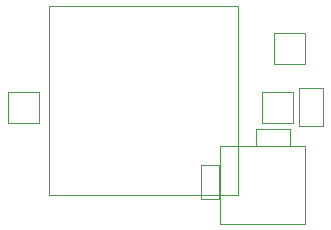
<source format=gbr>
%TF.GenerationSoftware,KiCad,Pcbnew,7.0.5*%
%TF.CreationDate,2023-06-19T14:48:09+02:00*%
%TF.ProjectId,candleLightfd-S01,63616e64-6c65-44c6-9967-687466642d53,R01*%
%TF.SameCoordinates,Original*%
%TF.FileFunction,Other,User*%
%FSLAX46Y46*%
G04 Gerber Fmt 4.6, Leading zero omitted, Abs format (unit mm)*
G04 Created by KiCad (PCBNEW 7.0.5) date 2023-06-19 14:48:09*
%MOMM*%
%LPD*%
G01*
G04 APERTURE LIST*
%ADD10C,0.050000*%
G04 APERTURE END LIST*
D10*
%TO.C,U4*%
X123150000Y-132800000D02*
X123150000Y-139400000D01*
X123150000Y-139400000D02*
X130350000Y-139400000D01*
X130350000Y-132800000D02*
X123150000Y-132800000D01*
X130350000Y-139400000D02*
X130350000Y-132800000D01*
%TO.C,TP2*%
X129300000Y-128200000D02*
X126700000Y-128200000D01*
X126700000Y-128200000D02*
X126700000Y-130800000D01*
X126700000Y-130800000D02*
X129300000Y-130800000D01*
X129300000Y-130800000D02*
X129300000Y-128200000D01*
%TO.C,TP3*%
X130300000Y-123200000D02*
X127700000Y-123200000D01*
X127700000Y-123200000D02*
X127700000Y-125800000D01*
X127700000Y-125800000D02*
X130300000Y-125800000D01*
X130300000Y-125800000D02*
X130300000Y-123200000D01*
%TO.C,TP1*%
X107800000Y-128200000D02*
X105200000Y-128200000D01*
X105200000Y-128200000D02*
X105200000Y-130800000D01*
X105200000Y-130800000D02*
X107800000Y-130800000D01*
X107800000Y-130800000D02*
X107800000Y-128200000D01*
%TO.C,C9*%
X129050000Y-132800000D02*
X126150000Y-132800000D01*
X129050000Y-131300000D02*
X129050000Y-132800000D01*
X129050000Y-131300000D02*
X126150000Y-131300000D01*
X126150000Y-131300000D02*
X126150000Y-132800000D01*
%TO.C,R8*%
X131850000Y-127850000D02*
X131850000Y-131050000D01*
X129850000Y-127850000D02*
X131850000Y-127850000D01*
X129850000Y-127850000D02*
X129850000Y-131050000D01*
X129850000Y-131050000D02*
X131850000Y-131050000D01*
%TO.C,C11*%
X123050000Y-134400000D02*
X123050000Y-137300000D01*
X121550000Y-134400000D02*
X123050000Y-134400000D01*
X121550000Y-134400000D02*
X121550000Y-137300000D01*
X121550000Y-137300000D02*
X123050000Y-137300000D01*
%TO.C,NB1*%
X124650000Y-136900000D02*
X124650000Y-120900000D01*
X124650000Y-120900000D02*
X108650000Y-120900000D01*
X108650000Y-136900000D02*
X124650000Y-136900000D01*
X108650000Y-120900000D02*
X108650000Y-136900000D01*
%TD*%
M02*

</source>
